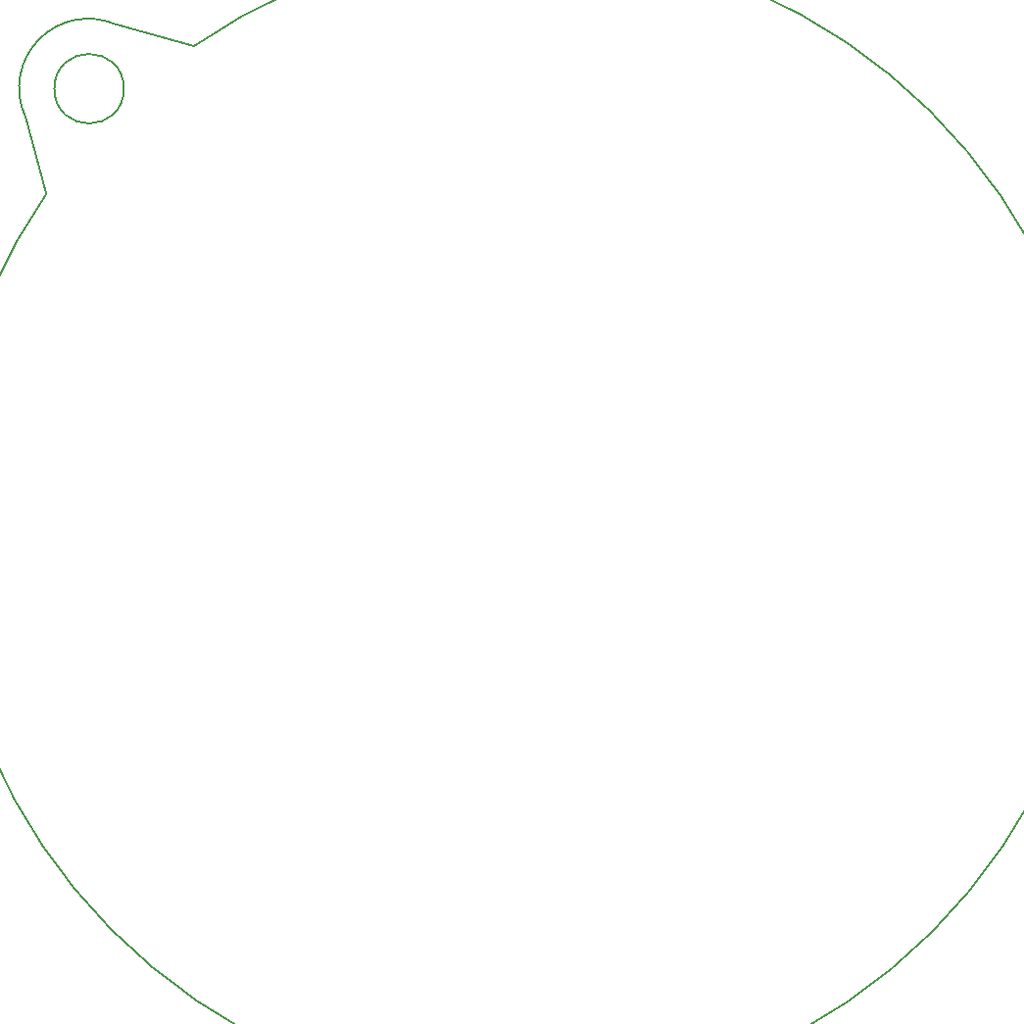
<source format=gm1>
G04 #@! TF.GenerationSoftware,KiCad,Pcbnew,(5.0.0)*
G04 #@! TF.CreationDate,2018-09-13T19:48:46+02:00*
G04 #@! TF.ProjectId,noname.kicad_pcb_45_grader,6E6F6E616D652E6B696361645F706362,rev?*
G04 #@! TF.SameCoordinates,PX5f5e100PY8f0d180*
G04 #@! TF.FileFunction,Profile,NP*
%FSLAX46Y46*%
G04 Gerber Fmt 4.6, Leading zero omitted, Abs format (unit mm)*
G04 Created by KiCad (PCBNEW (5.0.0)) date 09/13/18 19:48:46*
%MOMM*%
%LPD*%
G01*
G04 APERTURE LIST*
%ADD10C,0.150000*%
G04 APERTURE END LIST*
D10*
X23272405Y91697980D02*
G75*
G02X10544483Y78970058I28425692J-41153615D01*
G01*
X8706004Y85616862D02*
G75*
G02X16625600Y93536456I5444722J2474873D01*
G01*
X17223103Y88021024D02*
G75*
G03X17223103Y88021024I-3001666J0D01*
G01*
X23272404Y91697980D02*
X16625600Y93536457D01*
X10544482Y78970058D02*
X8706004Y85616861D01*
M02*

</source>
